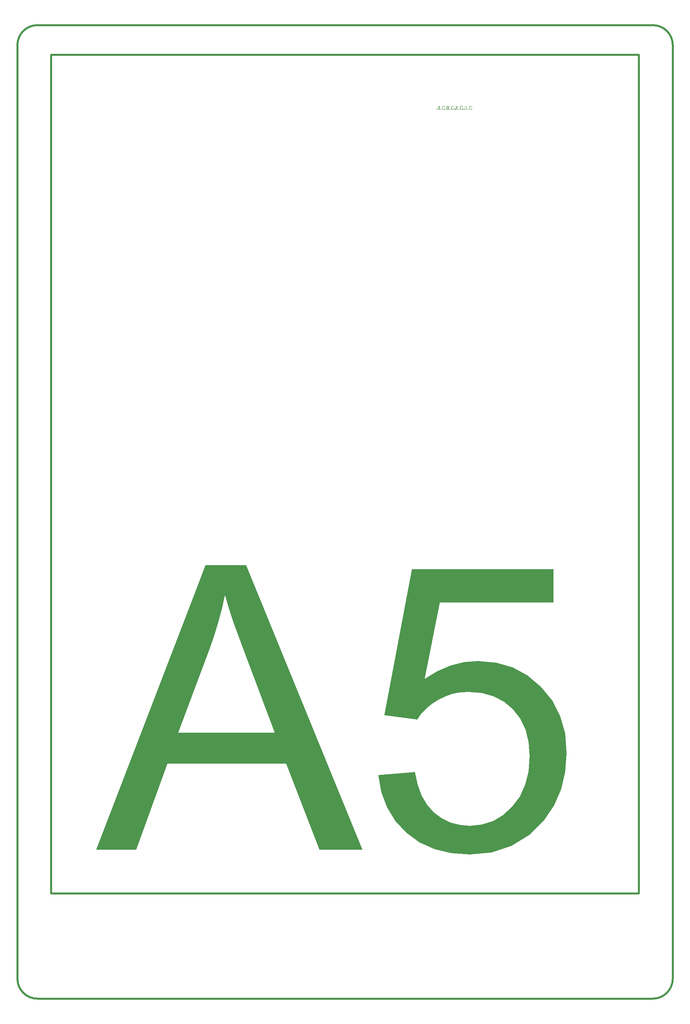
<source format=gto>
%FSLAX33Y33*%
%MOMM*%
%ADD10C,0.5*%
D10*
%LNpath-1*%
G01*
X11000Y29000D02*
X159000Y29000D01*
X159000Y240000*
X11000Y240000*
X11000Y29000*
%LNpath-2*%
X7500Y2500D02*
X162500Y2500D01*
G75*
G03*
X162500Y2500D02*
X167500Y7500I0J5000D01*
G01*
X167500Y7500D02*
X167500Y242500D01*
G75*
G03*
X167500Y242500D02*
X162500Y247500I-5000J0D01*
G01*
X162500Y247500D02*
X7500Y247500D01*
G75*
G03*
X7500Y247500D02*
X2500Y242500I0J-5000D01*
G01*
X2500Y242500D02*
X2500Y7500D01*
G75*
G03*
X2500Y7500D02*
X7500Y2500I5000J0D01*
G01*
X7500Y2500D02*
X7500Y2500D01*
%LNtop silkscreen_traces*%
%LNtext*%
G36*
X22354Y40000D02*
X47955Y106663D01*
X54727Y104063D01*
X53973Y100626D01*
X53079Y97202D01*
X52044Y93790D01*
X50869Y90391D01*
X43008Y69394D01*
X43008Y69394D01*
X67275Y69394D01*
X59805Y89219D01*
X58206Y93534D01*
X56826Y97446D01*
X55667Y100956D01*
X54727Y104063D01*
X47955Y106663D01*
X49844Y111582D01*
X60049Y111582D01*
X89346Y40000D01*
X78555Y40000D01*
X70205Y61680D01*
X40273Y61680D01*
X32412Y40000D01*
X22354Y40000D01*
X22354Y40000D01*
X93351Y58750D02*
X102580Y59531D01*
X103262Y56371D01*
X104283Y53629D01*
X105642Y51305D01*
X107340Y49399D01*
X109304Y47915D01*
X111460Y46854D01*
X113809Y46218D01*
X116349Y46006D01*
X119401Y46305D01*
X122209Y47202D01*
X124772Y48698D01*
X127091Y50791D01*
X129014Y53379D01*
X130387Y56357D01*
X131211Y59727D01*
X131486Y63486D01*
X131222Y67048D01*
X130430Y70212D01*
X129110Y72980D01*
X127262Y75352D01*
X124987Y77253D01*
X122386Y78611D01*
X119457Y79426D01*
X116203Y79697D01*
X114131Y79577D01*
X112162Y79215D01*
X110298Y78612D01*
X108537Y77769D01*
X106919Y76732D01*
X105485Y75553D01*
X104234Y74230D01*
X103166Y72764D01*
X94914Y73838D01*
X101847Y110606D01*
X137443Y110606D01*
X137443Y102207D01*
X108879Y102207D01*
X105021Y82969D01*
X108283Y84934D01*
X111625Y86338D01*
X115046Y87180D01*
X118546Y87461D01*
X123051Y87055D01*
X127189Y85837D01*
X130961Y83808D01*
X134367Y80967D01*
X137187Y77488D01*
X139201Y73545D01*
X140409Y69138D01*
X140812Y64268D01*
X140458Y59574D01*
X139396Y55210D01*
X137626Y51176D01*
X135148Y47471D01*
X131391Y43668D01*
X127006Y40952D01*
X121992Y39323D01*
X116349Y38779D01*
X111691Y39121D01*
X107481Y40146D01*
X103720Y41855D01*
X100407Y44248D01*
X97650Y47205D01*
X95555Y50608D01*
X94122Y54456D01*
X93351Y58750D01*
X93351Y58750D01*
X108037Y226508D02*
X108145Y226523D01*
X108149Y226475D01*
X108157Y226435D01*
X108169Y226404D01*
X108184Y226380D01*
X108203Y226363D01*
X108226Y226351D01*
X108251Y226344D01*
X108280Y226342D01*
X108302Y226343D01*
X108322Y226347D01*
X108341Y226353D01*
X108358Y226363D01*
X108374Y226374D01*
X108386Y226387D01*
X108396Y226402D01*
X108404Y226419D01*
X108409Y226439D01*
X108413Y226465D01*
X108415Y226496D01*
X108416Y226533D01*
X108416Y227159D01*
X108536Y227159D01*
X108536Y226540D01*
X108535Y226486D01*
X108530Y226438D01*
X108521Y226397D01*
X108509Y226363D01*
X108493Y226333D01*
X108473Y226308D01*
X108449Y226286D01*
X108421Y226267D01*
X108390Y226253D01*
X108356Y226243D01*
X108320Y226237D01*
X108281Y226234D01*
X108225Y226239D01*
X108175Y226252D01*
X108133Y226273D01*
X108098Y226303D01*
X108070Y226342D01*
X108051Y226389D01*
X108039Y226444D01*
X108037Y226508D01*
X108037Y226508D01*
X108728Y226250D02*
X108728Y227159D01*
X108848Y227159D01*
X108848Y226357D01*
X109296Y226357D01*
X109296Y226250D01*
X108728Y226250D01*
X108728Y226250D01*
X110088Y226569D02*
X110208Y226538D01*
X110186Y226469D01*
X110155Y226408D01*
X110118Y226356D01*
X110072Y226312D01*
X110020Y226278D01*
X109963Y226254D01*
X109900Y226239D01*
X109832Y226234D01*
X109762Y226238D01*
X109699Y226249D01*
X109642Y226268D01*
X109593Y226294D01*
X109550Y226328D01*
X109512Y226368D01*
X109479Y226414D01*
X109453Y226468D01*
X109432Y226525D01*
X109417Y226585D01*
X109408Y226647D01*
X109405Y226711D01*
X109408Y226780D01*
X109418Y226844D01*
X109435Y226904D01*
X109459Y226959D01*
X109489Y227009D01*
X109525Y227052D01*
X109566Y227089D01*
X109613Y227120D01*
X109665Y227144D01*
X109718Y227161D01*
X109775Y227171D01*
X109834Y227175D01*
X109899Y227170D01*
X109959Y227157D01*
X110014Y227136D01*
X110063Y227105D01*
X110106Y227067D01*
X110142Y227022D01*
X110171Y226969D01*
X110193Y226910D01*
X110074Y226882D01*
X110057Y226928D01*
X110036Y226968D01*
X110011Y227000D01*
X109983Y227026D01*
X109951Y227046D01*
X109915Y227060D01*
X109875Y227069D01*
X109831Y227072D01*
X109781Y227069D01*
X109735Y227059D01*
X109693Y227043D01*
X109656Y227021D01*
X109623Y226994D01*
X109596Y226963D01*
X109574Y226927D01*
X109557Y226887D01*
X109545Y226844D01*
X109536Y226801D01*
X109530Y226757D01*
X109529Y226712D01*
X109531Y226656D01*
X109537Y226603D01*
X109548Y226555D01*
X109562Y226510D01*
X109582Y226469D01*
X109606Y226434D01*
X109634Y226404D01*
X109668Y226380D01*
X109704Y226362D01*
X109742Y226348D01*
X109781Y226340D01*
X109822Y226337D01*
X109871Y226341D01*
X109915Y226352D01*
X109956Y226370D01*
X109993Y226396D01*
X110025Y226428D01*
X110052Y226468D01*
X110073Y226515D01*
X110088Y226569D01*
X110088Y226569D01*
X110295Y226508D02*
X110404Y226523D01*
X110408Y226475D01*
X110416Y226435D01*
X110427Y226404D01*
X110443Y226380D01*
X110462Y226363D01*
X110484Y226351D01*
X110510Y226344D01*
X110539Y226342D01*
X110561Y226343D01*
X110581Y226347D01*
X110600Y226353D01*
X110617Y226363D01*
X110632Y226374D01*
X110645Y226387D01*
X110655Y226402D01*
X110662Y226419D01*
X110668Y226439D01*
X110672Y226465D01*
X110674Y226496D01*
X110675Y226533D01*
X110675Y227159D01*
X110795Y227159D01*
X110795Y226540D01*
X110793Y226486D01*
X110788Y226438D01*
X110779Y226397D01*
X110767Y226363D01*
X110752Y226333D01*
X110732Y226308D01*
X110708Y226286D01*
X110680Y226267D01*
X110649Y226253D01*
X110615Y226243D01*
X110578Y226237D01*
X110539Y226234D01*
X110483Y226239D01*
X110434Y226252D01*
X110391Y226273D01*
X110356Y226303D01*
X110329Y226342D01*
X110309Y226389D01*
X110298Y226444D01*
X110295Y226508D01*
X110295Y226508D01*
X110987Y226250D02*
X110987Y227159D01*
X111107Y227159D01*
X111107Y226357D01*
X111555Y226357D01*
X111555Y226250D01*
X110987Y226250D01*
X110987Y226250D01*
X112347Y226569D02*
X112467Y226538D01*
X112444Y226469D01*
X112414Y226408D01*
X112376Y226356D01*
X112331Y226312D01*
X112279Y226278D01*
X112221Y226254D01*
X112159Y226239D01*
X112090Y226234D01*
X112020Y226238D01*
X111957Y226249D01*
X111901Y226268D01*
X111851Y226294D01*
X111808Y226328D01*
X111770Y226368D01*
X111738Y226414D01*
X111711Y226468D01*
X111690Y226525D01*
X111675Y226585D01*
X111666Y226647D01*
X111663Y226711D01*
X111667Y226780D01*
X111677Y226844D01*
X111694Y226904D01*
X111717Y226959D01*
X111747Y227009D01*
X111783Y227052D01*
X111825Y227089D01*
X111872Y227120D01*
X111923Y227144D01*
X111977Y227161D01*
X112033Y227171D01*
X112092Y227175D01*
X112158Y227170D01*
X112218Y227157D01*
X112272Y227136D01*
X112322Y227105D01*
X112365Y227067D01*
X112401Y227022D01*
X112429Y226969D01*
X112451Y226910D01*
X112333Y226882D01*
X112315Y226928D01*
X112294Y226968D01*
X112269Y227000D01*
X112241Y227026D01*
X112209Y227046D01*
X112173Y227060D01*
X112133Y227069D01*
X112090Y227072D01*
X112040Y227069D01*
X111994Y227059D01*
X111952Y227043D01*
X111915Y227021D01*
X111882Y226994D01*
X111855Y226963D01*
X111833Y226927D01*
X111816Y226887D01*
X111803Y226844D01*
X111794Y226801D01*
X111789Y226757D01*
X111787Y226712D01*
X111789Y226656D01*
X111796Y226603D01*
X111806Y226555D01*
X111821Y226510D01*
X111840Y226469D01*
X111864Y226434D01*
X111893Y226404D01*
X111926Y226380D01*
X111962Y226362D01*
X112000Y226348D01*
X112040Y226340D01*
X112080Y226337D01*
X112129Y226341D01*
X112174Y226352D01*
X112215Y226370D01*
X112252Y226396D01*
X112284Y226428D01*
X112310Y226468D01*
X112331Y226515D01*
X112347Y226569D01*
X112347Y226569D01*
X112554Y226508D02*
X112662Y226523D01*
X112666Y226475D01*
X112674Y226435D01*
X112686Y226404D01*
X112701Y226380D01*
X112720Y226363D01*
X112743Y226351D01*
X112768Y226344D01*
X112797Y226342D01*
X112819Y226343D01*
X112840Y226347D01*
X112858Y226353D01*
X112875Y226363D01*
X112891Y226374D01*
X112903Y226387D01*
X112913Y226402D01*
X112921Y226419D01*
X112926Y226439D01*
X112930Y226465D01*
X112932Y226496D01*
X112933Y226533D01*
X112933Y227159D01*
X113053Y227159D01*
X113053Y226540D01*
X113052Y226486D01*
X113047Y226438D01*
X113038Y226397D01*
X113026Y226363D01*
X113010Y226333D01*
X112990Y226308D01*
X112966Y226286D01*
X112938Y226267D01*
X112907Y226253D01*
X112873Y226243D01*
X112837Y226237D01*
X112798Y226234D01*
X112742Y226239D01*
X112692Y226252D01*
X112650Y226273D01*
X112615Y226303D01*
X112587Y226342D01*
X112568Y226389D01*
X112557Y226444D01*
X112554Y226508D01*
X112554Y226508D01*
X113245Y226250D02*
X113245Y227159D01*
X113365Y227159D01*
X113365Y226357D01*
X113813Y226357D01*
X113813Y226250D01*
X113245Y226250D01*
X113245Y226250D01*
X114605Y226569D02*
X114725Y226538D01*
X114703Y226469D01*
X114672Y226408D01*
X114635Y226356D01*
X114589Y226312D01*
X114537Y226278D01*
X114480Y226254D01*
X114417Y226239D01*
X114349Y226234D01*
X114279Y226238D01*
X114216Y226249D01*
X114159Y226268D01*
X114110Y226294D01*
X114067Y226328D01*
X114029Y226368D01*
X113997Y226414D01*
X113970Y226468D01*
X113949Y226525D01*
X113934Y226585D01*
X113925Y226647D01*
X113922Y226711D01*
X113925Y226780D01*
X113935Y226844D01*
X113952Y226904D01*
X113976Y226959D01*
X114006Y227009D01*
X114042Y227052D01*
X114083Y227089D01*
X114130Y227120D01*
X114182Y227144D01*
X114236Y227161D01*
X114292Y227171D01*
X114351Y227175D01*
X114416Y227170D01*
X114476Y227157D01*
X114531Y227136D01*
X114580Y227105D01*
X114623Y227067D01*
X114659Y227022D01*
X114688Y226969D01*
X114710Y226910D01*
X114591Y226882D01*
X114574Y226928D01*
X114553Y226968D01*
X114528Y227000D01*
X114500Y227026D01*
X114468Y227046D01*
X114432Y227060D01*
X114392Y227069D01*
X114348Y227072D01*
X114298Y227069D01*
X114252Y227059D01*
X114210Y227043D01*
X114173Y227021D01*
X114141Y226994D01*
X114113Y226963D01*
X114091Y226927D01*
X114074Y226887D01*
X114062Y226844D01*
X114053Y226801D01*
X114047Y226757D01*
X114046Y226712D01*
X114048Y226656D01*
X114054Y226603D01*
X114065Y226555D01*
X114079Y226510D01*
X114099Y226469D01*
X114123Y226434D01*
X114151Y226404D01*
X114185Y226380D01*
X114221Y226362D01*
X114259Y226348D01*
X114298Y226340D01*
X114339Y226337D01*
X114388Y226341D01*
X114432Y226352D01*
X114473Y226370D01*
X114510Y226396D01*
X114542Y226428D01*
X114569Y226468D01*
X114590Y226515D01*
X114605Y226569D01*
X114605Y226569D01*
X114812Y226508D02*
X114921Y226523D01*
X114925Y226475D01*
X114933Y226435D01*
X114944Y226404D01*
X114960Y226380D01*
X114979Y226363D01*
X115001Y226351D01*
X115027Y226344D01*
X115056Y226342D01*
X115078Y226343D01*
X115098Y226347D01*
X115117Y226353D01*
X115134Y226363D01*
X115149Y226374D01*
X115162Y226387D01*
X115172Y226402D01*
X115179Y226419D01*
X115185Y226439D01*
X115189Y226465D01*
X115191Y226496D01*
X115192Y226533D01*
X115192Y227159D01*
X115312Y227159D01*
X115312Y226540D01*
X115310Y226486D01*
X115305Y226438D01*
X115296Y226397D01*
X115284Y226363D01*
X115269Y226333D01*
X115249Y226308D01*
X115225Y226286D01*
X115197Y226267D01*
X115166Y226253D01*
X115132Y226243D01*
X115096Y226237D01*
X115056Y226234D01*
X115000Y226239D01*
X114951Y226252D01*
X114909Y226273D01*
X114873Y226303D01*
X114846Y226342D01*
X114826Y226389D01*
X114815Y226444D01*
X114812Y226508D01*
X114812Y226508D01*
X115504Y226250D02*
X115504Y227159D01*
X115624Y227159D01*
X115624Y226357D01*
X116072Y226357D01*
X116072Y226250D01*
X115504Y226250D01*
X115504Y226250D01*
X116864Y226569D02*
X116984Y226538D01*
X116961Y226469D01*
X116931Y226408D01*
X116893Y226356D01*
X116848Y226312D01*
X116796Y226278D01*
X116739Y226254D01*
X116676Y226239D01*
X116607Y226234D01*
X116537Y226238D01*
X116474Y226249D01*
X116418Y226268D01*
X116368Y226294D01*
X116325Y226328D01*
X116287Y226368D01*
X116255Y226414D01*
X116228Y226468D01*
X116207Y226525D01*
X116192Y226585D01*
X116183Y226647D01*
X116180Y226711D01*
X116184Y226780D01*
X116194Y226844D01*
X116211Y226904D01*
X116234Y226959D01*
X116264Y227009D01*
X116300Y227052D01*
X116342Y227089D01*
X116389Y227120D01*
X116440Y227144D01*
X116494Y227161D01*
X116550Y227171D01*
X116609Y227175D01*
X116675Y227170D01*
X116735Y227157D01*
X116790Y227136D01*
X116839Y227105D01*
X116882Y227067D01*
X116918Y227022D01*
X116947Y226969D01*
X116968Y226910D01*
X116850Y226882D01*
X116832Y226928D01*
X116811Y226968D01*
X116786Y227000D01*
X116758Y227026D01*
X116726Y227046D01*
X116690Y227060D01*
X116650Y227069D01*
X116607Y227072D01*
X116557Y227069D01*
X116511Y227059D01*
X116469Y227043D01*
X116432Y227021D01*
X116399Y226994D01*
X116372Y226963D01*
X116350Y226927D01*
X116333Y226887D01*
X116320Y226844D01*
X116311Y226801D01*
X116306Y226757D01*
X116304Y226712D01*
X116306Y226656D01*
X116313Y226603D01*
X116323Y226555D01*
X116338Y226510D01*
X116357Y226469D01*
X116381Y226434D01*
X116410Y226404D01*
X116443Y226380D01*
X116480Y226362D01*
X116517Y226348D01*
X116557Y226340D01*
X116598Y226337D01*
X116646Y226341D01*
X116691Y226352D01*
X116732Y226370D01*
X116769Y226396D01*
X116801Y226428D01*
X116827Y226468D01*
X116848Y226515D01*
X116864Y226569D01*
X116864Y226569D01*
G37*
M02*
</source>
